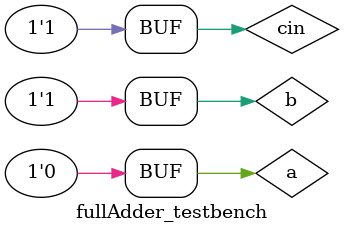
<source format=sv>
`timescale 1ps/1ps
module fullAdder(a, b, cin, sum, cout);

	input logic a, b, cin;
	
	
	output logic sum, cout;
	
	
	wire int1, int2, int3;
	
	// int1 = a ^ b
	xor#(50)(int1, a, b);
	
	// int2 = a&b
	and#(50)(int2, a, b);
	
	// int3 = (a^b)&cin
	and#(50)(int3, int1, cin);
	
	// sum = (a^b)^cin
	xor#(50)(sum, int1, cin);
	
	// cout = (a&b) + (a^b)&cin
	or#(50)(cout, int2, int3);

endmodule

module fullAdder_testbench();


	logic a, b, cin, sum, cout;
	
	fullAdder dut(a, b, cin, sum, cout);
	
	initial begin
		
		a = 0; b = 0; cin = 0; #10;
		
		a = 1; b = 0; cin = 0; #10;
		
		a = 1; b = 1; cin = 0; #10;
		
		a = 0; b = 1; cin = 0; #10;
		
		a = 0; b = 0; cin = 1; #10;
		
		a = 1; b = 0; cin = 1; #10;
		
		a = 1; b = 1; cin = 1; #10;
		
		a = 0; b = 1; cin = 1; #10;
		
	end
	


endmodule


</source>
